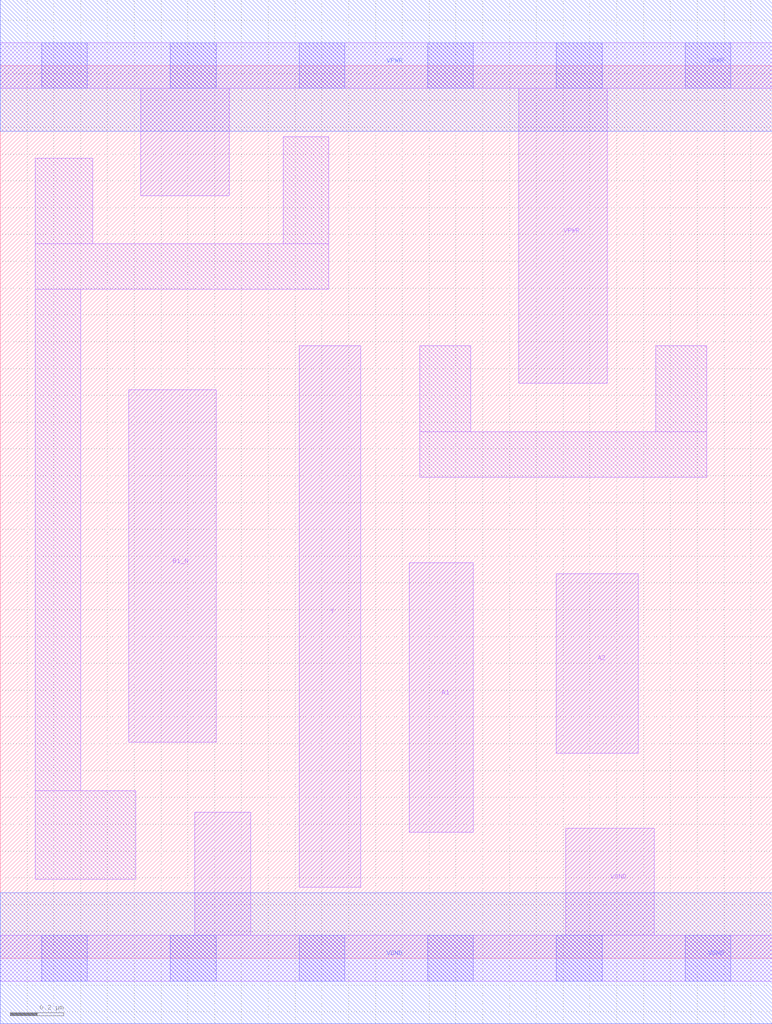
<source format=lef>
# Copyright 2020 The SkyWater PDK Authors
#
# Licensed under the Apache License, Version 2.0 (the "License");
# you may not use this file except in compliance with the License.
# You may obtain a copy of the License at
#
#     https://www.apache.org/licenses/LICENSE-2.0
#
# Unless required by applicable law or agreed to in writing, software
# distributed under the License is distributed on an "AS IS" BASIS,
# WITHOUT WARRANTIES OR CONDITIONS OF ANY KIND, either express or implied.
# See the License for the specific language governing permissions and
# limitations under the License.
#
# SPDX-License-Identifier: Apache-2.0

VERSION 5.7 ;
  NAMESCASESENSITIVE ON ;
  NOWIREEXTENSIONATPIN ON ;
  DIVIDERCHAR "/" ;
  BUSBITCHARS "[]" ;
UNITS
  DATABASE MICRONS 200 ;
END UNITS
MACRO sky130_fd_sc_lp__a21boi_m
  CLASS CORE ;
  SOURCE USER ;
  FOREIGN sky130_fd_sc_lp__a21boi_m ;
  ORIGIN  0.000000  0.000000 ;
  SIZE  2.880000 BY  3.330000 ;
  SYMMETRY X Y R90 ;
  SITE unit ;
  PIN A1
    ANTENNAGATEAREA  0.126000 ;
    DIRECTION INPUT ;
    USE SIGNAL ;
    PORT
      LAYER li1 ;
        RECT 1.525000 0.470000 1.765000 1.475000 ;
    END
  END A1
  PIN A2
    ANTENNAGATEAREA  0.126000 ;
    DIRECTION INPUT ;
    USE SIGNAL ;
    PORT
      LAYER li1 ;
        RECT 2.075000 0.765000 2.380000 1.435000 ;
    END
  END A2
  PIN B1_N
    ANTENNAGATEAREA  0.126000 ;
    DIRECTION INPUT ;
    USE SIGNAL ;
    PORT
      LAYER li1 ;
        RECT 0.480000 0.805000 0.805000 2.120000 ;
    END
  END B1_N
  PIN Y
    ANTENNADIFFAREA  0.228900 ;
    DIRECTION OUTPUT ;
    USE SIGNAL ;
    PORT
      LAYER li1 ;
        RECT 1.115000 0.265000 1.345000 2.285000 ;
    END
  END Y
  PIN VGND
    DIRECTION INOUT ;
    USE GROUND ;
    PORT
      LAYER li1 ;
        RECT 0.000000 -0.085000 2.880000 0.085000 ;
        RECT 0.725000  0.085000 0.935000 0.545000 ;
        RECT 2.110000  0.085000 2.440000 0.485000 ;
      LAYER mcon ;
        RECT 0.155000 -0.085000 0.325000 0.085000 ;
        RECT 0.635000 -0.085000 0.805000 0.085000 ;
        RECT 1.115000 -0.085000 1.285000 0.085000 ;
        RECT 1.595000 -0.085000 1.765000 0.085000 ;
        RECT 2.075000 -0.085000 2.245000 0.085000 ;
        RECT 2.555000 -0.085000 2.725000 0.085000 ;
      LAYER met1 ;
        RECT 0.000000 -0.245000 2.880000 0.245000 ;
    END
  END VGND
  PIN VPWR
    DIRECTION INOUT ;
    USE POWER ;
    PORT
      LAYER li1 ;
        RECT 0.000000 3.245000 2.880000 3.415000 ;
        RECT 0.525000 2.845000 0.855000 3.245000 ;
        RECT 1.935000 2.145000 2.265000 3.245000 ;
      LAYER mcon ;
        RECT 0.155000 3.245000 0.325000 3.415000 ;
        RECT 0.635000 3.245000 0.805000 3.415000 ;
        RECT 1.115000 3.245000 1.285000 3.415000 ;
        RECT 1.595000 3.245000 1.765000 3.415000 ;
        RECT 2.075000 3.245000 2.245000 3.415000 ;
        RECT 2.555000 3.245000 2.725000 3.415000 ;
      LAYER met1 ;
        RECT 0.000000 3.085000 2.880000 3.575000 ;
    END
  END VPWR
  OBS
    LAYER li1 ;
      RECT 0.130000 0.295000 0.505000 0.625000 ;
      RECT 0.130000 0.625000 0.300000 2.495000 ;
      RECT 0.130000 2.495000 1.225000 2.665000 ;
      RECT 0.130000 2.665000 0.345000 2.985000 ;
      RECT 1.055000 2.665000 1.225000 3.065000 ;
      RECT 1.565000 1.795000 2.635000 1.965000 ;
      RECT 1.565000 1.965000 1.755000 2.285000 ;
      RECT 2.445000 1.965000 2.635000 2.285000 ;
  END
END sky130_fd_sc_lp__a21boi_m

</source>
